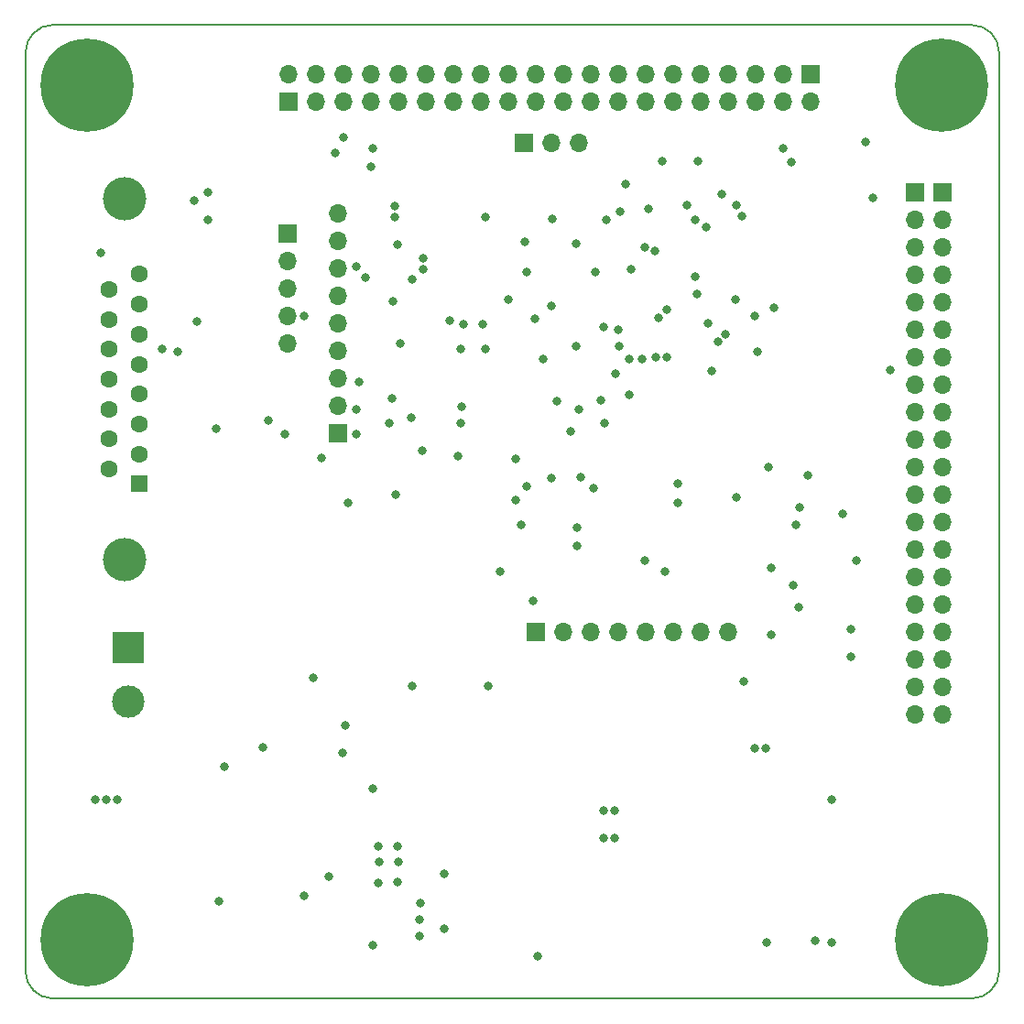
<source format=gbr>
%TF.GenerationSoftware,KiCad,Pcbnew,(6.0.7)*%
%TF.CreationDate,2023-01-27T10:25:26-08:00*%
%TF.ProjectId,FlightComputer,466c6967-6874-4436-9f6d-70757465722e,rev?*%
%TF.SameCoordinates,Original*%
%TF.FileFunction,Soldermask,Bot*%
%TF.FilePolarity,Negative*%
%FSLAX46Y46*%
G04 Gerber Fmt 4.6, Leading zero omitted, Abs format (unit mm)*
G04 Created by KiCad (PCBNEW (6.0.7)) date 2023-01-27 10:25:26*
%MOMM*%
%LPD*%
G01*
G04 APERTURE LIST*
%TA.AperFunction,Profile*%
%ADD10C,0.200000*%
%TD*%
%ADD11C,0.900000*%
%ADD12C,8.600000*%
%ADD13R,1.700000X1.700000*%
%ADD14O,1.700000X1.700000*%
%ADD15C,4.000000*%
%ADD16R,1.600000X1.600000*%
%ADD17C,1.600000*%
%ADD18R,3.000000X3.000000*%
%ADD19C,3.000000*%
%ADD20C,0.800000*%
G04 APERTURE END LIST*
D10*
X227330000Y-148166000D02*
X142410000Y-148166000D01*
X229870000Y-60706000D02*
X229870000Y-145626000D01*
X229870000Y-60706000D02*
G75*
G03*
X227330000Y-58166000I-2540000J0D01*
G01*
X139870000Y-145626000D02*
X139870000Y-60706000D01*
X227330000Y-148166000D02*
G75*
G03*
X229870000Y-145626000I0J2540000D01*
G01*
X139870000Y-145626000D02*
G75*
G03*
X142410000Y-148166000I2540000J0D01*
G01*
X142410000Y-58166000D02*
X227330000Y-58166000D01*
X142410000Y-58166000D02*
G75*
G03*
X139870000Y-60706000I0J-2540000D01*
G01*
D11*
%TO.C,H4*%
X145542000Y-139523000D03*
X145542000Y-145973000D03*
X147822419Y-140467581D03*
D12*
X145542000Y-142748000D03*
D11*
X143261581Y-145028419D03*
X142317000Y-142748000D03*
X143261581Y-140467581D03*
X147822419Y-145028419D03*
X148767000Y-142748000D03*
%TD*%
D13*
%TO.C,J8*%
X164211000Y-65278000D03*
D14*
X166751000Y-65278000D03*
X169291000Y-65278000D03*
X171831000Y-65278000D03*
X174371000Y-65278000D03*
X176911000Y-65278000D03*
X179451000Y-65278000D03*
X181991000Y-65278000D03*
X184531000Y-65278000D03*
X187071000Y-65278000D03*
X189611000Y-65278000D03*
X192151000Y-65278000D03*
X194691000Y-65278000D03*
X197231000Y-65278000D03*
X199771000Y-65278000D03*
X202311000Y-65278000D03*
X204851000Y-65278000D03*
X207391000Y-65278000D03*
X209931000Y-65278000D03*
X212471000Y-65278000D03*
%TD*%
D11*
%TO.C,H2*%
X222255581Y-61473581D03*
X224536000Y-60529000D03*
X226816419Y-66034419D03*
X227761000Y-63754000D03*
X222255581Y-66034419D03*
X224536000Y-66979000D03*
D12*
X224536000Y-63754000D03*
D11*
X221311000Y-63754000D03*
X226816419Y-61473581D03*
%TD*%
D13*
%TO.C,J4*%
X164084000Y-77475000D03*
D14*
X164084000Y-80015000D03*
X164084000Y-82555000D03*
X164084000Y-85095000D03*
X164084000Y-87635000D03*
%TD*%
D13*
%TO.C,J11*%
X212471000Y-62738000D03*
D14*
X209931000Y-62738000D03*
X207391000Y-62738000D03*
X204851000Y-62738000D03*
X202311000Y-62738000D03*
X199771000Y-62738000D03*
X197231000Y-62738000D03*
X194691000Y-62738000D03*
X192151000Y-62738000D03*
X189611000Y-62738000D03*
X187071000Y-62738000D03*
X184531000Y-62738000D03*
X181991000Y-62738000D03*
X179451000Y-62738000D03*
X176911000Y-62738000D03*
X174371000Y-62738000D03*
X171831000Y-62738000D03*
X169291000Y-62738000D03*
X166751000Y-62738000D03*
X164211000Y-62738000D03*
%TD*%
D13*
%TO.C,J6*%
X168758000Y-95875000D03*
D14*
X168758000Y-93335000D03*
X168758000Y-90795000D03*
X168758000Y-88255000D03*
X168758000Y-85715000D03*
X168758000Y-83175000D03*
X168758000Y-80635000D03*
X168758000Y-78095000D03*
X168758000Y-75555000D03*
%TD*%
D13*
%TO.C,J12*%
X185928000Y-69088000D03*
D14*
X188468000Y-69088000D03*
X191008000Y-69088000D03*
%TD*%
D12*
%TO.C,H3*%
X224536000Y-142748000D03*
D11*
X221311000Y-142748000D03*
X227761000Y-142748000D03*
X222255581Y-145028419D03*
X226816419Y-145028419D03*
X224536000Y-139523000D03*
X224536000Y-145973000D03*
X222255581Y-140467581D03*
X226816419Y-140467581D03*
%TD*%
%TO.C,H1*%
X142317000Y-63754000D03*
X143261581Y-61473581D03*
X145542000Y-60529000D03*
X145542000Y-66979000D03*
D12*
X145542000Y-63754000D03*
D11*
X148767000Y-63754000D03*
X143261581Y-66034419D03*
X147822419Y-61473581D03*
X147822419Y-66034419D03*
%TD*%
D13*
%TO.C,J7*%
X187071000Y-114300000D03*
D14*
X189611000Y-114300000D03*
X192151000Y-114300000D03*
X194691000Y-114300000D03*
X197231000Y-114300000D03*
X199771000Y-114300000D03*
X202311000Y-114300000D03*
X204851000Y-114300000D03*
%TD*%
D15*
%TO.C,J5*%
X148995331Y-107562000D03*
X148995331Y-74262000D03*
D16*
X150415331Y-100607000D03*
D17*
X150415331Y-97837000D03*
X150415331Y-95067000D03*
X150415331Y-92297000D03*
X150415331Y-89527000D03*
X150415331Y-86757000D03*
X150415331Y-83987000D03*
X150415331Y-81217000D03*
X147575331Y-99222000D03*
X147575331Y-96452000D03*
X147575331Y-93682000D03*
X147575331Y-90912000D03*
X147575331Y-88142000D03*
X147575331Y-85372000D03*
X147575331Y-82602000D03*
%TD*%
D18*
%TO.C,J1*%
X149332500Y-115752500D03*
D19*
X149332500Y-120752500D03*
%TD*%
D13*
%TO.C,J10*%
X224663000Y-73660000D03*
D14*
X224663000Y-76200000D03*
X224663000Y-78740000D03*
X224663000Y-81280000D03*
X224663000Y-83820000D03*
X224663000Y-86360000D03*
X224663000Y-88900000D03*
X224663000Y-91440000D03*
X224663000Y-93980000D03*
X224663000Y-96520000D03*
X224663000Y-99060000D03*
X224663000Y-101600000D03*
X224663000Y-104140000D03*
X224663000Y-106680000D03*
X224663000Y-109220000D03*
X224663000Y-111760000D03*
X224663000Y-114300000D03*
X224663000Y-116840000D03*
X224663000Y-119380000D03*
X224663000Y-121920000D03*
%TD*%
D13*
%TO.C,J9*%
X222123000Y-73660000D03*
D14*
X222123000Y-76200000D03*
X222123000Y-78740000D03*
X222123000Y-81280000D03*
X222123000Y-83820000D03*
X222123000Y-86360000D03*
X222123000Y-88900000D03*
X222123000Y-91440000D03*
X222123000Y-93980000D03*
X222123000Y-96520000D03*
X222123000Y-99060000D03*
X222123000Y-101600000D03*
X222123000Y-104140000D03*
X222123000Y-106680000D03*
X222123000Y-109220000D03*
X222123000Y-111760000D03*
X222123000Y-114300000D03*
X222123000Y-116840000D03*
X222123000Y-119380000D03*
X222123000Y-121920000D03*
%TD*%
D20*
X170708500Y-91186000D03*
X190246000Y-95758000D03*
X190839477Y-104606477D03*
X185166000Y-102108000D03*
X185674000Y-104381500D03*
X169672000Y-102362000D03*
X174117000Y-101600000D03*
X158242000Y-126746000D03*
X146304000Y-129794000D03*
X161798000Y-124968000D03*
X148336000Y-129794000D03*
X147320000Y-129794000D03*
X167894000Y-136906000D03*
X187198000Y-144272000D03*
X171958000Y-143256000D03*
X176374951Y-139347049D03*
X178562000Y-136652000D03*
X218186000Y-74168000D03*
X178562000Y-141732000D03*
X174315000Y-135565000D03*
X165608000Y-138684000D03*
X172537000Y-135565000D03*
X174244000Y-134112000D03*
X172523500Y-137471500D03*
X180340000Y-85852000D03*
X175514000Y-94488000D03*
X179832000Y-98044000D03*
X174244000Y-137414000D03*
X200152000Y-102362000D03*
X170434000Y-80518000D03*
X179070000Y-85471000D03*
X208407000Y-143002000D03*
X180086000Y-88138000D03*
X214376000Y-143002000D03*
X174244000Y-78486000D03*
X186182000Y-100838000D03*
X172466000Y-134112000D03*
X166497000Y-118491000D03*
X186055000Y-78232000D03*
X157734000Y-139192000D03*
X170434000Y-93726000D03*
X205486000Y-83566000D03*
X212852000Y-142855498D03*
X205625500Y-101809692D03*
X171958000Y-128778000D03*
X180086000Y-94996000D03*
X216154000Y-116586000D03*
X214376000Y-129794000D03*
X202057000Y-70739000D03*
X199188500Y-88884628D03*
X198120000Y-88900000D03*
X198755000Y-70739000D03*
X215392000Y-103378000D03*
X169418000Y-122936000D03*
X173990000Y-74946497D03*
X209931000Y-69596000D03*
X195326000Y-72898000D03*
X210693000Y-70866000D03*
X216662000Y-107696000D03*
X171323000Y-81534000D03*
X197485000Y-75184000D03*
X165608000Y-85090000D03*
X173990000Y-75946000D03*
X169164000Y-125476000D03*
X208534000Y-99060000D03*
X207518000Y-88392000D03*
X199009000Y-108712000D03*
X204570685Y-86767315D03*
X208273600Y-125045100D03*
X203861315Y-87476685D03*
X207270400Y-125045100D03*
X176276000Y-142354500D03*
X186817000Y-111379000D03*
X182626000Y-119253000D03*
X194762925Y-87885990D03*
X176276000Y-140855500D03*
X175641000Y-119253000D03*
X183769000Y-108712000D03*
X194691000Y-86360000D03*
X182165000Y-85852000D03*
X186182000Y-81026000D03*
X188468000Y-100076000D03*
X176530000Y-97536000D03*
X201930000Y-83058000D03*
X193294000Y-133350000D03*
X193548000Y-76200000D03*
X197104000Y-107696000D03*
X217551000Y-68961000D03*
X194310000Y-133350000D03*
X194310000Y-130810000D03*
X182372000Y-88138000D03*
X193294000Y-130810000D03*
X170434000Y-96012000D03*
X200152000Y-100584000D03*
X216154000Y-114046000D03*
X182372000Y-75946000D03*
X176657000Y-79756000D03*
X169291000Y-68580000D03*
X176657000Y-80755503D03*
X171958000Y-69596000D03*
X175641000Y-81661000D03*
X171843500Y-71247000D03*
X184531000Y-83565500D03*
X156718000Y-76200000D03*
X186944000Y-85344000D03*
X146812000Y-79248000D03*
X187706000Y-89027000D03*
X190766500Y-87884000D03*
X195707000Y-92329000D03*
X206248000Y-118872000D03*
X173863000Y-83693000D03*
X168529000Y-69977000D03*
X174498000Y-87630000D03*
X180213000Y-93472000D03*
X188976000Y-92964000D03*
X188595000Y-76073000D03*
X191163117Y-99980677D03*
X153924000Y-88392000D03*
X152527000Y-88138000D03*
X192405000Y-100965000D03*
X190754000Y-78359000D03*
X191008000Y-93726000D03*
X193368317Y-94983500D03*
X194818000Y-75438000D03*
X201041000Y-74803000D03*
X193294000Y-86106000D03*
X204216000Y-73787000D03*
X195707000Y-89027000D03*
X201803000Y-76200000D03*
X205613000Y-74803000D03*
X196850000Y-89027000D03*
X202819000Y-76835000D03*
X206121000Y-75819000D03*
X211074000Y-104394000D03*
X211455000Y-102743000D03*
X212217000Y-99822000D03*
X219799500Y-90043000D03*
X202946000Y-85711787D03*
X211328000Y-112014000D03*
X201803000Y-81407000D03*
X210820000Y-109982000D03*
X155702000Y-85598000D03*
X198080775Y-79057554D03*
X197125977Y-78761977D03*
X195834000Y-80772000D03*
X157480000Y-95504000D03*
X192532000Y-81026000D03*
X162306000Y-94742000D03*
X209042000Y-84328000D03*
X199136000Y-84455000D03*
X198374000Y-85204500D03*
X207264000Y-85090000D03*
X194437000Y-90424000D03*
X203327000Y-90173500D03*
X193040000Y-92837000D03*
X190881000Y-106299000D03*
X208788000Y-114554000D03*
X208788000Y-108331000D03*
X185166000Y-98298000D03*
X163830000Y-96012000D03*
X167259000Y-98171000D03*
X173736000Y-92710000D03*
X188468000Y-84148500D03*
X173482000Y-94996000D03*
X156718000Y-73660000D03*
X155448000Y-74422000D03*
M02*

</source>
